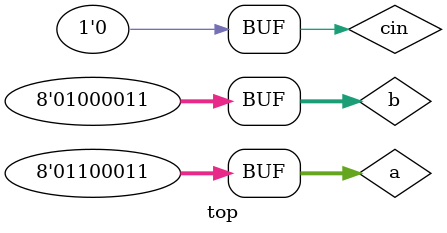
<source format=v>
`include "8fa.v"
module top;
reg[7:0] a,b;
reg cin;
reg w0,w1;
wire[7:0] s;
wire c;

eightbit FA_0(a,b,cin,s,c);

initial
 begin
	cin=0;
	// a='b11110000;
	// b='b00001010;
	// #5 b='b11110001;
	// #5 b='b11011100;
	a='d236;
	b='d34;
	#20 a='d99;
	#20 b='d67;
 end

initial
 begin
	$dumpfile("eightbit.vcd");
	$dumpvars;
 end

initial
 begin
	$monitor($time ,"a=%d;b=%d;cin=%d;s=%d;c=%d",a,b,cin,s,c);
 end

endmodule

</source>
